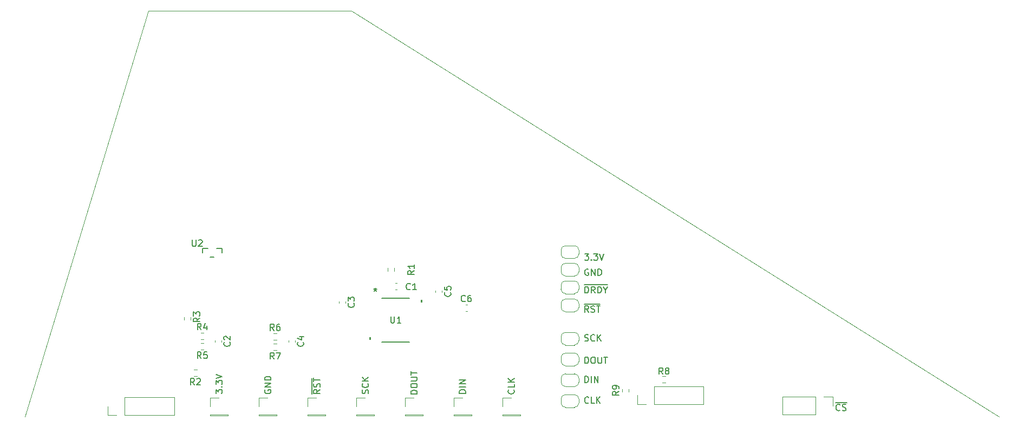
<source format=gbr>
%TF.GenerationSoftware,KiCad,Pcbnew,9.0.3*%
%TF.CreationDate,2025-09-15T18:31:04-04:00*%
%TF.ProjectId,SGTC_Center,53475443-5f43-4656-9e74-65722e6b6963,rev?*%
%TF.SameCoordinates,Original*%
%TF.FileFunction,Legend,Top*%
%TF.FilePolarity,Positive*%
%FSLAX46Y46*%
G04 Gerber Fmt 4.6, Leading zero omitted, Abs format (unit mm)*
G04 Created by KiCad (PCBNEW 9.0.3) date 2025-09-15 18:31:04*
%MOMM*%
%LPD*%
G01*
G04 APERTURE LIST*
%ADD10C,0.100000*%
%ADD11C,0.150000*%
%ADD12C,0.120000*%
%ADD13C,0.152400*%
%ADD14C,0.000000*%
%ADD15C,0.200000*%
G04 APERTURE END LIST*
D10*
X56557060Y-140084924D02*
X75857060Y-76584924D01*
X75857060Y-76584924D02*
X107607060Y-76584924D01*
X107607060Y-76584924D02*
X208925000Y-140075000D01*
D11*
X184033333Y-139059580D02*
X183985714Y-139107200D01*
X183985714Y-139107200D02*
X183842857Y-139154819D01*
X183842857Y-139154819D02*
X183747619Y-139154819D01*
X183747619Y-139154819D02*
X183604762Y-139107200D01*
X183604762Y-139107200D02*
X183509524Y-139011961D01*
X183509524Y-139011961D02*
X183461905Y-138916723D01*
X183461905Y-138916723D02*
X183414286Y-138726247D01*
X183414286Y-138726247D02*
X183414286Y-138583390D01*
X183414286Y-138583390D02*
X183461905Y-138392914D01*
X183461905Y-138392914D02*
X183509524Y-138297676D01*
X183509524Y-138297676D02*
X183604762Y-138202438D01*
X183604762Y-138202438D02*
X183747619Y-138154819D01*
X183747619Y-138154819D02*
X183842857Y-138154819D01*
X183842857Y-138154819D02*
X183985714Y-138202438D01*
X183985714Y-138202438D02*
X184033333Y-138250057D01*
X184414286Y-139107200D02*
X184557143Y-139154819D01*
X184557143Y-139154819D02*
X184795238Y-139154819D01*
X184795238Y-139154819D02*
X184890476Y-139107200D01*
X184890476Y-139107200D02*
X184938095Y-139059580D01*
X184938095Y-139059580D02*
X184985714Y-138964342D01*
X184985714Y-138964342D02*
X184985714Y-138869104D01*
X184985714Y-138869104D02*
X184938095Y-138773866D01*
X184938095Y-138773866D02*
X184890476Y-138726247D01*
X184890476Y-138726247D02*
X184795238Y-138678628D01*
X184795238Y-138678628D02*
X184604762Y-138631009D01*
X184604762Y-138631009D02*
X184509524Y-138583390D01*
X184509524Y-138583390D02*
X184461905Y-138535771D01*
X184461905Y-138535771D02*
X184414286Y-138440533D01*
X184414286Y-138440533D02*
X184414286Y-138345295D01*
X184414286Y-138345295D02*
X184461905Y-138250057D01*
X184461905Y-138250057D02*
X184509524Y-138202438D01*
X184509524Y-138202438D02*
X184604762Y-138154819D01*
X184604762Y-138154819D02*
X184842857Y-138154819D01*
X184842857Y-138154819D02*
X184985714Y-138202438D01*
X183323810Y-137877200D02*
X185076191Y-137877200D01*
X110262600Y-136490839D02*
X110310219Y-136347982D01*
X110310219Y-136347982D02*
X110310219Y-136109887D01*
X110310219Y-136109887D02*
X110262600Y-136014649D01*
X110262600Y-136014649D02*
X110214980Y-135967030D01*
X110214980Y-135967030D02*
X110119742Y-135919411D01*
X110119742Y-135919411D02*
X110024504Y-135919411D01*
X110024504Y-135919411D02*
X109929266Y-135967030D01*
X109929266Y-135967030D02*
X109881647Y-136014649D01*
X109881647Y-136014649D02*
X109834028Y-136109887D01*
X109834028Y-136109887D02*
X109786409Y-136300363D01*
X109786409Y-136300363D02*
X109738790Y-136395601D01*
X109738790Y-136395601D02*
X109691171Y-136443220D01*
X109691171Y-136443220D02*
X109595933Y-136490839D01*
X109595933Y-136490839D02*
X109500695Y-136490839D01*
X109500695Y-136490839D02*
X109405457Y-136443220D01*
X109405457Y-136443220D02*
X109357838Y-136395601D01*
X109357838Y-136395601D02*
X109310219Y-136300363D01*
X109310219Y-136300363D02*
X109310219Y-136062268D01*
X109310219Y-136062268D02*
X109357838Y-135919411D01*
X110214980Y-134919411D02*
X110262600Y-134967030D01*
X110262600Y-134967030D02*
X110310219Y-135109887D01*
X110310219Y-135109887D02*
X110310219Y-135205125D01*
X110310219Y-135205125D02*
X110262600Y-135347982D01*
X110262600Y-135347982D02*
X110167361Y-135443220D01*
X110167361Y-135443220D02*
X110072123Y-135490839D01*
X110072123Y-135490839D02*
X109881647Y-135538458D01*
X109881647Y-135538458D02*
X109738790Y-135538458D01*
X109738790Y-135538458D02*
X109548314Y-135490839D01*
X109548314Y-135490839D02*
X109453076Y-135443220D01*
X109453076Y-135443220D02*
X109357838Y-135347982D01*
X109357838Y-135347982D02*
X109310219Y-135205125D01*
X109310219Y-135205125D02*
X109310219Y-135109887D01*
X109310219Y-135109887D02*
X109357838Y-134967030D01*
X109357838Y-134967030D02*
X109405457Y-134919411D01*
X110310219Y-134490839D02*
X109310219Y-134490839D01*
X110310219Y-133919411D02*
X109738790Y-134347982D01*
X109310219Y-133919411D02*
X109881647Y-134490839D01*
X133024180Y-135914592D02*
X133071800Y-135962211D01*
X133071800Y-135962211D02*
X133119419Y-136105068D01*
X133119419Y-136105068D02*
X133119419Y-136200306D01*
X133119419Y-136200306D02*
X133071800Y-136343163D01*
X133071800Y-136343163D02*
X132976561Y-136438401D01*
X132976561Y-136438401D02*
X132881323Y-136486020D01*
X132881323Y-136486020D02*
X132690847Y-136533639D01*
X132690847Y-136533639D02*
X132547990Y-136533639D01*
X132547990Y-136533639D02*
X132357514Y-136486020D01*
X132357514Y-136486020D02*
X132262276Y-136438401D01*
X132262276Y-136438401D02*
X132167038Y-136343163D01*
X132167038Y-136343163D02*
X132119419Y-136200306D01*
X132119419Y-136200306D02*
X132119419Y-136105068D01*
X132119419Y-136105068D02*
X132167038Y-135962211D01*
X132167038Y-135962211D02*
X132214657Y-135914592D01*
X133119419Y-135009830D02*
X133119419Y-135486020D01*
X133119419Y-135486020D02*
X132119419Y-135486020D01*
X133119419Y-134676496D02*
X132119419Y-134676496D01*
X133119419Y-134105068D02*
X132547990Y-134533639D01*
X132119419Y-134105068D02*
X132690847Y-134676496D01*
X144146779Y-120769819D02*
X144146779Y-119769819D01*
X144146779Y-119769819D02*
X144384874Y-119769819D01*
X144384874Y-119769819D02*
X144527731Y-119817438D01*
X144527731Y-119817438D02*
X144622969Y-119912676D01*
X144622969Y-119912676D02*
X144670588Y-120007914D01*
X144670588Y-120007914D02*
X144718207Y-120198390D01*
X144718207Y-120198390D02*
X144718207Y-120341247D01*
X144718207Y-120341247D02*
X144670588Y-120531723D01*
X144670588Y-120531723D02*
X144622969Y-120626961D01*
X144622969Y-120626961D02*
X144527731Y-120722200D01*
X144527731Y-120722200D02*
X144384874Y-120769819D01*
X144384874Y-120769819D02*
X144146779Y-120769819D01*
X145718207Y-120769819D02*
X145384874Y-120293628D01*
X145146779Y-120769819D02*
X145146779Y-119769819D01*
X145146779Y-119769819D02*
X145527731Y-119769819D01*
X145527731Y-119769819D02*
X145622969Y-119817438D01*
X145622969Y-119817438D02*
X145670588Y-119865057D01*
X145670588Y-119865057D02*
X145718207Y-119960295D01*
X145718207Y-119960295D02*
X145718207Y-120103152D01*
X145718207Y-120103152D02*
X145670588Y-120198390D01*
X145670588Y-120198390D02*
X145622969Y-120246009D01*
X145622969Y-120246009D02*
X145527731Y-120293628D01*
X145527731Y-120293628D02*
X145146779Y-120293628D01*
X146146779Y-120769819D02*
X146146779Y-119769819D01*
X146146779Y-119769819D02*
X146384874Y-119769819D01*
X146384874Y-119769819D02*
X146527731Y-119817438D01*
X146527731Y-119817438D02*
X146622969Y-119912676D01*
X146622969Y-119912676D02*
X146670588Y-120007914D01*
X146670588Y-120007914D02*
X146718207Y-120198390D01*
X146718207Y-120198390D02*
X146718207Y-120341247D01*
X146718207Y-120341247D02*
X146670588Y-120531723D01*
X146670588Y-120531723D02*
X146622969Y-120626961D01*
X146622969Y-120626961D02*
X146527731Y-120722200D01*
X146527731Y-120722200D02*
X146384874Y-120769819D01*
X146384874Y-120769819D02*
X146146779Y-120769819D01*
X147337255Y-120293628D02*
X147337255Y-120769819D01*
X147003922Y-119769819D02*
X147337255Y-120293628D01*
X147337255Y-120293628D02*
X147670588Y-119769819D01*
X144008684Y-119492200D02*
X147665827Y-119492200D01*
X125499419Y-136443220D02*
X124499419Y-136443220D01*
X124499419Y-136443220D02*
X124499419Y-136205125D01*
X124499419Y-136205125D02*
X124547038Y-136062268D01*
X124547038Y-136062268D02*
X124642276Y-135967030D01*
X124642276Y-135967030D02*
X124737514Y-135919411D01*
X124737514Y-135919411D02*
X124927990Y-135871792D01*
X124927990Y-135871792D02*
X125070847Y-135871792D01*
X125070847Y-135871792D02*
X125261323Y-135919411D01*
X125261323Y-135919411D02*
X125356561Y-135967030D01*
X125356561Y-135967030D02*
X125451800Y-136062268D01*
X125451800Y-136062268D02*
X125499419Y-136205125D01*
X125499419Y-136205125D02*
X125499419Y-136443220D01*
X125499419Y-135443220D02*
X124499419Y-135443220D01*
X125499419Y-134967030D02*
X124499419Y-134967030D01*
X124499419Y-134967030D02*
X125499419Y-134395602D01*
X125499419Y-134395602D02*
X124499419Y-134395602D01*
X86450219Y-136479658D02*
X86450219Y-135860611D01*
X86450219Y-135860611D02*
X86831171Y-136193944D01*
X86831171Y-136193944D02*
X86831171Y-136051087D01*
X86831171Y-136051087D02*
X86878790Y-135955849D01*
X86878790Y-135955849D02*
X86926409Y-135908230D01*
X86926409Y-135908230D02*
X87021647Y-135860611D01*
X87021647Y-135860611D02*
X87259742Y-135860611D01*
X87259742Y-135860611D02*
X87354980Y-135908230D01*
X87354980Y-135908230D02*
X87402600Y-135955849D01*
X87402600Y-135955849D02*
X87450219Y-136051087D01*
X87450219Y-136051087D02*
X87450219Y-136336801D01*
X87450219Y-136336801D02*
X87402600Y-136432039D01*
X87402600Y-136432039D02*
X87354980Y-136479658D01*
X87354980Y-135432039D02*
X87402600Y-135384420D01*
X87402600Y-135384420D02*
X87450219Y-135432039D01*
X87450219Y-135432039D02*
X87402600Y-135479658D01*
X87402600Y-135479658D02*
X87354980Y-135432039D01*
X87354980Y-135432039D02*
X87450219Y-135432039D01*
X86450219Y-135051087D02*
X86450219Y-134432040D01*
X86450219Y-134432040D02*
X86831171Y-134765373D01*
X86831171Y-134765373D02*
X86831171Y-134622516D01*
X86831171Y-134622516D02*
X86878790Y-134527278D01*
X86878790Y-134527278D02*
X86926409Y-134479659D01*
X86926409Y-134479659D02*
X87021647Y-134432040D01*
X87021647Y-134432040D02*
X87259742Y-134432040D01*
X87259742Y-134432040D02*
X87354980Y-134479659D01*
X87354980Y-134479659D02*
X87402600Y-134527278D01*
X87402600Y-134527278D02*
X87450219Y-134622516D01*
X87450219Y-134622516D02*
X87450219Y-134908230D01*
X87450219Y-134908230D02*
X87402600Y-135003468D01*
X87402600Y-135003468D02*
X87354980Y-135051087D01*
X86450219Y-134146325D02*
X87450219Y-133812992D01*
X87450219Y-133812992D02*
X86450219Y-133479659D01*
X102741019Y-135871792D02*
X102264828Y-136205125D01*
X102741019Y-136443220D02*
X101741019Y-136443220D01*
X101741019Y-136443220D02*
X101741019Y-136062268D01*
X101741019Y-136062268D02*
X101788638Y-135967030D01*
X101788638Y-135967030D02*
X101836257Y-135919411D01*
X101836257Y-135919411D02*
X101931495Y-135871792D01*
X101931495Y-135871792D02*
X102074352Y-135871792D01*
X102074352Y-135871792D02*
X102169590Y-135919411D01*
X102169590Y-135919411D02*
X102217209Y-135967030D01*
X102217209Y-135967030D02*
X102264828Y-136062268D01*
X102264828Y-136062268D02*
X102264828Y-136443220D01*
X102693400Y-135490839D02*
X102741019Y-135347982D01*
X102741019Y-135347982D02*
X102741019Y-135109887D01*
X102741019Y-135109887D02*
X102693400Y-135014649D01*
X102693400Y-135014649D02*
X102645780Y-134967030D01*
X102645780Y-134967030D02*
X102550542Y-134919411D01*
X102550542Y-134919411D02*
X102455304Y-134919411D01*
X102455304Y-134919411D02*
X102360066Y-134967030D01*
X102360066Y-134967030D02*
X102312447Y-135014649D01*
X102312447Y-135014649D02*
X102264828Y-135109887D01*
X102264828Y-135109887D02*
X102217209Y-135300363D01*
X102217209Y-135300363D02*
X102169590Y-135395601D01*
X102169590Y-135395601D02*
X102121971Y-135443220D01*
X102121971Y-135443220D02*
X102026733Y-135490839D01*
X102026733Y-135490839D02*
X101931495Y-135490839D01*
X101931495Y-135490839D02*
X101836257Y-135443220D01*
X101836257Y-135443220D02*
X101788638Y-135395601D01*
X101788638Y-135395601D02*
X101741019Y-135300363D01*
X101741019Y-135300363D02*
X101741019Y-135062268D01*
X101741019Y-135062268D02*
X101788638Y-134919411D01*
X101741019Y-134633696D02*
X101741019Y-134062268D01*
X102741019Y-134347982D02*
X101741019Y-134347982D01*
X101463400Y-136581316D02*
X101463400Y-134067030D01*
X144670588Y-117067438D02*
X144575350Y-117019819D01*
X144575350Y-117019819D02*
X144432493Y-117019819D01*
X144432493Y-117019819D02*
X144289636Y-117067438D01*
X144289636Y-117067438D02*
X144194398Y-117162676D01*
X144194398Y-117162676D02*
X144146779Y-117257914D01*
X144146779Y-117257914D02*
X144099160Y-117448390D01*
X144099160Y-117448390D02*
X144099160Y-117591247D01*
X144099160Y-117591247D02*
X144146779Y-117781723D01*
X144146779Y-117781723D02*
X144194398Y-117876961D01*
X144194398Y-117876961D02*
X144289636Y-117972200D01*
X144289636Y-117972200D02*
X144432493Y-118019819D01*
X144432493Y-118019819D02*
X144527731Y-118019819D01*
X144527731Y-118019819D02*
X144670588Y-117972200D01*
X144670588Y-117972200D02*
X144718207Y-117924580D01*
X144718207Y-117924580D02*
X144718207Y-117591247D01*
X144718207Y-117591247D02*
X144527731Y-117591247D01*
X145146779Y-118019819D02*
X145146779Y-117019819D01*
X145146779Y-117019819D02*
X145718207Y-118019819D01*
X145718207Y-118019819D02*
X145718207Y-117019819D01*
X146194398Y-118019819D02*
X146194398Y-117019819D01*
X146194398Y-117019819D02*
X146432493Y-117019819D01*
X146432493Y-117019819D02*
X146575350Y-117067438D01*
X146575350Y-117067438D02*
X146670588Y-117162676D01*
X146670588Y-117162676D02*
X146718207Y-117257914D01*
X146718207Y-117257914D02*
X146765826Y-117448390D01*
X146765826Y-117448390D02*
X146765826Y-117591247D01*
X146765826Y-117591247D02*
X146718207Y-117781723D01*
X146718207Y-117781723D02*
X146670588Y-117876961D01*
X146670588Y-117876961D02*
X146575350Y-117972200D01*
X146575350Y-117972200D02*
X146432493Y-118019819D01*
X146432493Y-118019819D02*
X146194398Y-118019819D01*
X144146779Y-131769819D02*
X144146779Y-130769819D01*
X144146779Y-130769819D02*
X144384874Y-130769819D01*
X144384874Y-130769819D02*
X144527731Y-130817438D01*
X144527731Y-130817438D02*
X144622969Y-130912676D01*
X144622969Y-130912676D02*
X144670588Y-131007914D01*
X144670588Y-131007914D02*
X144718207Y-131198390D01*
X144718207Y-131198390D02*
X144718207Y-131341247D01*
X144718207Y-131341247D02*
X144670588Y-131531723D01*
X144670588Y-131531723D02*
X144622969Y-131626961D01*
X144622969Y-131626961D02*
X144527731Y-131722200D01*
X144527731Y-131722200D02*
X144384874Y-131769819D01*
X144384874Y-131769819D02*
X144146779Y-131769819D01*
X145337255Y-130769819D02*
X145527731Y-130769819D01*
X145527731Y-130769819D02*
X145622969Y-130817438D01*
X145622969Y-130817438D02*
X145718207Y-130912676D01*
X145718207Y-130912676D02*
X145765826Y-131103152D01*
X145765826Y-131103152D02*
X145765826Y-131436485D01*
X145765826Y-131436485D02*
X145718207Y-131626961D01*
X145718207Y-131626961D02*
X145622969Y-131722200D01*
X145622969Y-131722200D02*
X145527731Y-131769819D01*
X145527731Y-131769819D02*
X145337255Y-131769819D01*
X145337255Y-131769819D02*
X145242017Y-131722200D01*
X145242017Y-131722200D02*
X145146779Y-131626961D01*
X145146779Y-131626961D02*
X145099160Y-131436485D01*
X145099160Y-131436485D02*
X145099160Y-131103152D01*
X145099160Y-131103152D02*
X145146779Y-130912676D01*
X145146779Y-130912676D02*
X145242017Y-130817438D01*
X145242017Y-130817438D02*
X145337255Y-130769819D01*
X146194398Y-130769819D02*
X146194398Y-131579342D01*
X146194398Y-131579342D02*
X146242017Y-131674580D01*
X146242017Y-131674580D02*
X146289636Y-131722200D01*
X146289636Y-131722200D02*
X146384874Y-131769819D01*
X146384874Y-131769819D02*
X146575350Y-131769819D01*
X146575350Y-131769819D02*
X146670588Y-131722200D01*
X146670588Y-131722200D02*
X146718207Y-131674580D01*
X146718207Y-131674580D02*
X146765826Y-131579342D01*
X146765826Y-131579342D02*
X146765826Y-130769819D01*
X147099160Y-130769819D02*
X147670588Y-130769819D01*
X147384874Y-131769819D02*
X147384874Y-130769819D01*
X144146779Y-134769819D02*
X144146779Y-133769819D01*
X144146779Y-133769819D02*
X144384874Y-133769819D01*
X144384874Y-133769819D02*
X144527731Y-133817438D01*
X144527731Y-133817438D02*
X144622969Y-133912676D01*
X144622969Y-133912676D02*
X144670588Y-134007914D01*
X144670588Y-134007914D02*
X144718207Y-134198390D01*
X144718207Y-134198390D02*
X144718207Y-134341247D01*
X144718207Y-134341247D02*
X144670588Y-134531723D01*
X144670588Y-134531723D02*
X144622969Y-134626961D01*
X144622969Y-134626961D02*
X144527731Y-134722200D01*
X144527731Y-134722200D02*
X144384874Y-134769819D01*
X144384874Y-134769819D02*
X144146779Y-134769819D01*
X145146779Y-134769819D02*
X145146779Y-133769819D01*
X145622969Y-134769819D02*
X145622969Y-133769819D01*
X145622969Y-133769819D02*
X146194397Y-134769819D01*
X146194397Y-134769819D02*
X146194397Y-133769819D01*
X144101541Y-114619819D02*
X144720588Y-114619819D01*
X144720588Y-114619819D02*
X144387255Y-115000771D01*
X144387255Y-115000771D02*
X144530112Y-115000771D01*
X144530112Y-115000771D02*
X144625350Y-115048390D01*
X144625350Y-115048390D02*
X144672969Y-115096009D01*
X144672969Y-115096009D02*
X144720588Y-115191247D01*
X144720588Y-115191247D02*
X144720588Y-115429342D01*
X144720588Y-115429342D02*
X144672969Y-115524580D01*
X144672969Y-115524580D02*
X144625350Y-115572200D01*
X144625350Y-115572200D02*
X144530112Y-115619819D01*
X144530112Y-115619819D02*
X144244398Y-115619819D01*
X144244398Y-115619819D02*
X144149160Y-115572200D01*
X144149160Y-115572200D02*
X144101541Y-115524580D01*
X145149160Y-115524580D02*
X145196779Y-115572200D01*
X145196779Y-115572200D02*
X145149160Y-115619819D01*
X145149160Y-115619819D02*
X145101541Y-115572200D01*
X145101541Y-115572200D02*
X145149160Y-115524580D01*
X145149160Y-115524580D02*
X145149160Y-115619819D01*
X145530112Y-114619819D02*
X146149159Y-114619819D01*
X146149159Y-114619819D02*
X145815826Y-115000771D01*
X145815826Y-115000771D02*
X145958683Y-115000771D01*
X145958683Y-115000771D02*
X146053921Y-115048390D01*
X146053921Y-115048390D02*
X146101540Y-115096009D01*
X146101540Y-115096009D02*
X146149159Y-115191247D01*
X146149159Y-115191247D02*
X146149159Y-115429342D01*
X146149159Y-115429342D02*
X146101540Y-115524580D01*
X146101540Y-115524580D02*
X146053921Y-115572200D01*
X146053921Y-115572200D02*
X145958683Y-115619819D01*
X145958683Y-115619819D02*
X145672969Y-115619819D01*
X145672969Y-115619819D02*
X145577731Y-115572200D01*
X145577731Y-115572200D02*
X145530112Y-115524580D01*
X146434874Y-114619819D02*
X146768207Y-115619819D01*
X146768207Y-115619819D02*
X147101540Y-114619819D01*
X144099160Y-128222200D02*
X144242017Y-128269819D01*
X144242017Y-128269819D02*
X144480112Y-128269819D01*
X144480112Y-128269819D02*
X144575350Y-128222200D01*
X144575350Y-128222200D02*
X144622969Y-128174580D01*
X144622969Y-128174580D02*
X144670588Y-128079342D01*
X144670588Y-128079342D02*
X144670588Y-127984104D01*
X144670588Y-127984104D02*
X144622969Y-127888866D01*
X144622969Y-127888866D02*
X144575350Y-127841247D01*
X144575350Y-127841247D02*
X144480112Y-127793628D01*
X144480112Y-127793628D02*
X144289636Y-127746009D01*
X144289636Y-127746009D02*
X144194398Y-127698390D01*
X144194398Y-127698390D02*
X144146779Y-127650771D01*
X144146779Y-127650771D02*
X144099160Y-127555533D01*
X144099160Y-127555533D02*
X144099160Y-127460295D01*
X144099160Y-127460295D02*
X144146779Y-127365057D01*
X144146779Y-127365057D02*
X144194398Y-127317438D01*
X144194398Y-127317438D02*
X144289636Y-127269819D01*
X144289636Y-127269819D02*
X144527731Y-127269819D01*
X144527731Y-127269819D02*
X144670588Y-127317438D01*
X145670588Y-128174580D02*
X145622969Y-128222200D01*
X145622969Y-128222200D02*
X145480112Y-128269819D01*
X145480112Y-128269819D02*
X145384874Y-128269819D01*
X145384874Y-128269819D02*
X145242017Y-128222200D01*
X145242017Y-128222200D02*
X145146779Y-128126961D01*
X145146779Y-128126961D02*
X145099160Y-128031723D01*
X145099160Y-128031723D02*
X145051541Y-127841247D01*
X145051541Y-127841247D02*
X145051541Y-127698390D01*
X145051541Y-127698390D02*
X145099160Y-127507914D01*
X145099160Y-127507914D02*
X145146779Y-127412676D01*
X145146779Y-127412676D02*
X145242017Y-127317438D01*
X145242017Y-127317438D02*
X145384874Y-127269819D01*
X145384874Y-127269819D02*
X145480112Y-127269819D01*
X145480112Y-127269819D02*
X145622969Y-127317438D01*
X145622969Y-127317438D02*
X145670588Y-127365057D01*
X146099160Y-128269819D02*
X146099160Y-127269819D01*
X146670588Y-128269819D02*
X146242017Y-127698390D01*
X146670588Y-127269819D02*
X146099160Y-127841247D01*
X144718207Y-137924580D02*
X144670588Y-137972200D01*
X144670588Y-137972200D02*
X144527731Y-138019819D01*
X144527731Y-138019819D02*
X144432493Y-138019819D01*
X144432493Y-138019819D02*
X144289636Y-137972200D01*
X144289636Y-137972200D02*
X144194398Y-137876961D01*
X144194398Y-137876961D02*
X144146779Y-137781723D01*
X144146779Y-137781723D02*
X144099160Y-137591247D01*
X144099160Y-137591247D02*
X144099160Y-137448390D01*
X144099160Y-137448390D02*
X144146779Y-137257914D01*
X144146779Y-137257914D02*
X144194398Y-137162676D01*
X144194398Y-137162676D02*
X144289636Y-137067438D01*
X144289636Y-137067438D02*
X144432493Y-137019819D01*
X144432493Y-137019819D02*
X144527731Y-137019819D01*
X144527731Y-137019819D02*
X144670588Y-137067438D01*
X144670588Y-137067438D02*
X144718207Y-137115057D01*
X145622969Y-138019819D02*
X145146779Y-138019819D01*
X145146779Y-138019819D02*
X145146779Y-137019819D01*
X145956303Y-138019819D02*
X145956303Y-137019819D01*
X146527731Y-138019819D02*
X146099160Y-137448390D01*
X146527731Y-137019819D02*
X145956303Y-137591247D01*
X144718207Y-123769819D02*
X144384874Y-123293628D01*
X144146779Y-123769819D02*
X144146779Y-122769819D01*
X144146779Y-122769819D02*
X144527731Y-122769819D01*
X144527731Y-122769819D02*
X144622969Y-122817438D01*
X144622969Y-122817438D02*
X144670588Y-122865057D01*
X144670588Y-122865057D02*
X144718207Y-122960295D01*
X144718207Y-122960295D02*
X144718207Y-123103152D01*
X144718207Y-123103152D02*
X144670588Y-123198390D01*
X144670588Y-123198390D02*
X144622969Y-123246009D01*
X144622969Y-123246009D02*
X144527731Y-123293628D01*
X144527731Y-123293628D02*
X144146779Y-123293628D01*
X145099160Y-123722200D02*
X145242017Y-123769819D01*
X145242017Y-123769819D02*
X145480112Y-123769819D01*
X145480112Y-123769819D02*
X145575350Y-123722200D01*
X145575350Y-123722200D02*
X145622969Y-123674580D01*
X145622969Y-123674580D02*
X145670588Y-123579342D01*
X145670588Y-123579342D02*
X145670588Y-123484104D01*
X145670588Y-123484104D02*
X145622969Y-123388866D01*
X145622969Y-123388866D02*
X145575350Y-123341247D01*
X145575350Y-123341247D02*
X145480112Y-123293628D01*
X145480112Y-123293628D02*
X145289636Y-123246009D01*
X145289636Y-123246009D02*
X145194398Y-123198390D01*
X145194398Y-123198390D02*
X145146779Y-123150771D01*
X145146779Y-123150771D02*
X145099160Y-123055533D01*
X145099160Y-123055533D02*
X145099160Y-122960295D01*
X145099160Y-122960295D02*
X145146779Y-122865057D01*
X145146779Y-122865057D02*
X145194398Y-122817438D01*
X145194398Y-122817438D02*
X145289636Y-122769819D01*
X145289636Y-122769819D02*
X145527731Y-122769819D01*
X145527731Y-122769819D02*
X145670588Y-122817438D01*
X145956303Y-122769819D02*
X146527731Y-122769819D01*
X146242017Y-123769819D02*
X146242017Y-122769819D01*
X144008684Y-122492200D02*
X146522970Y-122492200D01*
X117930219Y-136536820D02*
X116930219Y-136536820D01*
X116930219Y-136536820D02*
X116930219Y-136298725D01*
X116930219Y-136298725D02*
X116977838Y-136155868D01*
X116977838Y-136155868D02*
X117073076Y-136060630D01*
X117073076Y-136060630D02*
X117168314Y-136013011D01*
X117168314Y-136013011D02*
X117358790Y-135965392D01*
X117358790Y-135965392D02*
X117501647Y-135965392D01*
X117501647Y-135965392D02*
X117692123Y-136013011D01*
X117692123Y-136013011D02*
X117787361Y-136060630D01*
X117787361Y-136060630D02*
X117882600Y-136155868D01*
X117882600Y-136155868D02*
X117930219Y-136298725D01*
X117930219Y-136298725D02*
X117930219Y-136536820D01*
X116930219Y-135346344D02*
X116930219Y-135155868D01*
X116930219Y-135155868D02*
X116977838Y-135060630D01*
X116977838Y-135060630D02*
X117073076Y-134965392D01*
X117073076Y-134965392D02*
X117263552Y-134917773D01*
X117263552Y-134917773D02*
X117596885Y-134917773D01*
X117596885Y-134917773D02*
X117787361Y-134965392D01*
X117787361Y-134965392D02*
X117882600Y-135060630D01*
X117882600Y-135060630D02*
X117930219Y-135155868D01*
X117930219Y-135155868D02*
X117930219Y-135346344D01*
X117930219Y-135346344D02*
X117882600Y-135441582D01*
X117882600Y-135441582D02*
X117787361Y-135536820D01*
X117787361Y-135536820D02*
X117596885Y-135584439D01*
X117596885Y-135584439D02*
X117263552Y-135584439D01*
X117263552Y-135584439D02*
X117073076Y-135536820D01*
X117073076Y-135536820D02*
X116977838Y-135441582D01*
X116977838Y-135441582D02*
X116930219Y-135346344D01*
X116930219Y-134489201D02*
X117739742Y-134489201D01*
X117739742Y-134489201D02*
X117834980Y-134441582D01*
X117834980Y-134441582D02*
X117882600Y-134393963D01*
X117882600Y-134393963D02*
X117930219Y-134298725D01*
X117930219Y-134298725D02*
X117930219Y-134108249D01*
X117930219Y-134108249D02*
X117882600Y-134013011D01*
X117882600Y-134013011D02*
X117834980Y-133965392D01*
X117834980Y-133965392D02*
X117739742Y-133917773D01*
X117739742Y-133917773D02*
X116930219Y-133917773D01*
X116930219Y-133584439D02*
X116930219Y-133013011D01*
X117930219Y-133298725D02*
X116930219Y-133298725D01*
X94117838Y-135919411D02*
X94070219Y-136014649D01*
X94070219Y-136014649D02*
X94070219Y-136157506D01*
X94070219Y-136157506D02*
X94117838Y-136300363D01*
X94117838Y-136300363D02*
X94213076Y-136395601D01*
X94213076Y-136395601D02*
X94308314Y-136443220D01*
X94308314Y-136443220D02*
X94498790Y-136490839D01*
X94498790Y-136490839D02*
X94641647Y-136490839D01*
X94641647Y-136490839D02*
X94832123Y-136443220D01*
X94832123Y-136443220D02*
X94927361Y-136395601D01*
X94927361Y-136395601D02*
X95022600Y-136300363D01*
X95022600Y-136300363D02*
X95070219Y-136157506D01*
X95070219Y-136157506D02*
X95070219Y-136062268D01*
X95070219Y-136062268D02*
X95022600Y-135919411D01*
X95022600Y-135919411D02*
X94974980Y-135871792D01*
X94974980Y-135871792D02*
X94641647Y-135871792D01*
X94641647Y-135871792D02*
X94641647Y-136062268D01*
X95070219Y-135443220D02*
X94070219Y-135443220D01*
X94070219Y-135443220D02*
X95070219Y-134871792D01*
X95070219Y-134871792D02*
X94070219Y-134871792D01*
X95070219Y-134395601D02*
X94070219Y-134395601D01*
X94070219Y-134395601D02*
X94070219Y-134157506D01*
X94070219Y-134157506D02*
X94117838Y-134014649D01*
X94117838Y-134014649D02*
X94213076Y-133919411D01*
X94213076Y-133919411D02*
X94308314Y-133871792D01*
X94308314Y-133871792D02*
X94498790Y-133824173D01*
X94498790Y-133824173D02*
X94641647Y-133824173D01*
X94641647Y-133824173D02*
X94832123Y-133871792D01*
X94832123Y-133871792D02*
X94927361Y-133919411D01*
X94927361Y-133919411D02*
X95022600Y-134014649D01*
X95022600Y-134014649D02*
X95070219Y-134157506D01*
X95070219Y-134157506D02*
X95070219Y-134395601D01*
X156333333Y-133454819D02*
X156000000Y-132978628D01*
X155761905Y-133454819D02*
X155761905Y-132454819D01*
X155761905Y-132454819D02*
X156142857Y-132454819D01*
X156142857Y-132454819D02*
X156238095Y-132502438D01*
X156238095Y-132502438D02*
X156285714Y-132550057D01*
X156285714Y-132550057D02*
X156333333Y-132645295D01*
X156333333Y-132645295D02*
X156333333Y-132788152D01*
X156333333Y-132788152D02*
X156285714Y-132883390D01*
X156285714Y-132883390D02*
X156238095Y-132931009D01*
X156238095Y-132931009D02*
X156142857Y-132978628D01*
X156142857Y-132978628D02*
X155761905Y-132978628D01*
X156904762Y-132883390D02*
X156809524Y-132835771D01*
X156809524Y-132835771D02*
X156761905Y-132788152D01*
X156761905Y-132788152D02*
X156714286Y-132692914D01*
X156714286Y-132692914D02*
X156714286Y-132645295D01*
X156714286Y-132645295D02*
X156761905Y-132550057D01*
X156761905Y-132550057D02*
X156809524Y-132502438D01*
X156809524Y-132502438D02*
X156904762Y-132454819D01*
X156904762Y-132454819D02*
X157095238Y-132454819D01*
X157095238Y-132454819D02*
X157190476Y-132502438D01*
X157190476Y-132502438D02*
X157238095Y-132550057D01*
X157238095Y-132550057D02*
X157285714Y-132645295D01*
X157285714Y-132645295D02*
X157285714Y-132692914D01*
X157285714Y-132692914D02*
X157238095Y-132788152D01*
X157238095Y-132788152D02*
X157190476Y-132835771D01*
X157190476Y-132835771D02*
X157095238Y-132883390D01*
X157095238Y-132883390D02*
X156904762Y-132883390D01*
X156904762Y-132883390D02*
X156809524Y-132931009D01*
X156809524Y-132931009D02*
X156761905Y-132978628D01*
X156761905Y-132978628D02*
X156714286Y-133073866D01*
X156714286Y-133073866D02*
X156714286Y-133264342D01*
X156714286Y-133264342D02*
X156761905Y-133359580D01*
X156761905Y-133359580D02*
X156809524Y-133407200D01*
X156809524Y-133407200D02*
X156904762Y-133454819D01*
X156904762Y-133454819D02*
X157095238Y-133454819D01*
X157095238Y-133454819D02*
X157190476Y-133407200D01*
X157190476Y-133407200D02*
X157238095Y-133359580D01*
X157238095Y-133359580D02*
X157285714Y-133264342D01*
X157285714Y-133264342D02*
X157285714Y-133073866D01*
X157285714Y-133073866D02*
X157238095Y-132978628D01*
X157238095Y-132978628D02*
X157190476Y-132931009D01*
X157190476Y-132931009D02*
X157095238Y-132883390D01*
X83083333Y-135134819D02*
X82750000Y-134658628D01*
X82511905Y-135134819D02*
X82511905Y-134134819D01*
X82511905Y-134134819D02*
X82892857Y-134134819D01*
X82892857Y-134134819D02*
X82988095Y-134182438D01*
X82988095Y-134182438D02*
X83035714Y-134230057D01*
X83035714Y-134230057D02*
X83083333Y-134325295D01*
X83083333Y-134325295D02*
X83083333Y-134468152D01*
X83083333Y-134468152D02*
X83035714Y-134563390D01*
X83035714Y-134563390D02*
X82988095Y-134611009D01*
X82988095Y-134611009D02*
X82892857Y-134658628D01*
X82892857Y-134658628D02*
X82511905Y-134658628D01*
X83464286Y-134230057D02*
X83511905Y-134182438D01*
X83511905Y-134182438D02*
X83607143Y-134134819D01*
X83607143Y-134134819D02*
X83845238Y-134134819D01*
X83845238Y-134134819D02*
X83940476Y-134182438D01*
X83940476Y-134182438D02*
X83988095Y-134230057D01*
X83988095Y-134230057D02*
X84035714Y-134325295D01*
X84035714Y-134325295D02*
X84035714Y-134420533D01*
X84035714Y-134420533D02*
X83988095Y-134563390D01*
X83988095Y-134563390D02*
X83416667Y-135134819D01*
X83416667Y-135134819D02*
X84035714Y-135134819D01*
X149454819Y-136166666D02*
X148978628Y-136499999D01*
X149454819Y-136738094D02*
X148454819Y-136738094D01*
X148454819Y-136738094D02*
X148454819Y-136357142D01*
X148454819Y-136357142D02*
X148502438Y-136261904D01*
X148502438Y-136261904D02*
X148550057Y-136214285D01*
X148550057Y-136214285D02*
X148645295Y-136166666D01*
X148645295Y-136166666D02*
X148788152Y-136166666D01*
X148788152Y-136166666D02*
X148883390Y-136214285D01*
X148883390Y-136214285D02*
X148931009Y-136261904D01*
X148931009Y-136261904D02*
X148978628Y-136357142D01*
X148978628Y-136357142D02*
X148978628Y-136738094D01*
X149454819Y-135690475D02*
X149454819Y-135499999D01*
X149454819Y-135499999D02*
X149407200Y-135404761D01*
X149407200Y-135404761D02*
X149359580Y-135357142D01*
X149359580Y-135357142D02*
X149216723Y-135261904D01*
X149216723Y-135261904D02*
X149026247Y-135214285D01*
X149026247Y-135214285D02*
X148645295Y-135214285D01*
X148645295Y-135214285D02*
X148550057Y-135261904D01*
X148550057Y-135261904D02*
X148502438Y-135309523D01*
X148502438Y-135309523D02*
X148454819Y-135404761D01*
X148454819Y-135404761D02*
X148454819Y-135595237D01*
X148454819Y-135595237D02*
X148502438Y-135690475D01*
X148502438Y-135690475D02*
X148550057Y-135738094D01*
X148550057Y-135738094D02*
X148645295Y-135785713D01*
X148645295Y-135785713D02*
X148883390Y-135785713D01*
X148883390Y-135785713D02*
X148978628Y-135738094D01*
X148978628Y-135738094D02*
X149026247Y-135690475D01*
X149026247Y-135690475D02*
X149073866Y-135595237D01*
X149073866Y-135595237D02*
X149073866Y-135404761D01*
X149073866Y-135404761D02*
X149026247Y-135309523D01*
X149026247Y-135309523D02*
X148978628Y-135261904D01*
X148978628Y-135261904D02*
X148883390Y-135214285D01*
X100099580Y-128466666D02*
X100147200Y-128514285D01*
X100147200Y-128514285D02*
X100194819Y-128657142D01*
X100194819Y-128657142D02*
X100194819Y-128752380D01*
X100194819Y-128752380D02*
X100147200Y-128895237D01*
X100147200Y-128895237D02*
X100051961Y-128990475D01*
X100051961Y-128990475D02*
X99956723Y-129038094D01*
X99956723Y-129038094D02*
X99766247Y-129085713D01*
X99766247Y-129085713D02*
X99623390Y-129085713D01*
X99623390Y-129085713D02*
X99432914Y-129038094D01*
X99432914Y-129038094D02*
X99337676Y-128990475D01*
X99337676Y-128990475D02*
X99242438Y-128895237D01*
X99242438Y-128895237D02*
X99194819Y-128752380D01*
X99194819Y-128752380D02*
X99194819Y-128657142D01*
X99194819Y-128657142D02*
X99242438Y-128514285D01*
X99242438Y-128514285D02*
X99290057Y-128466666D01*
X99528152Y-127609523D02*
X100194819Y-127609523D01*
X99147200Y-127847618D02*
X99861485Y-128085713D01*
X99861485Y-128085713D02*
X99861485Y-127466666D01*
X84143333Y-130984819D02*
X83810000Y-130508628D01*
X83571905Y-130984819D02*
X83571905Y-129984819D01*
X83571905Y-129984819D02*
X83952857Y-129984819D01*
X83952857Y-129984819D02*
X84048095Y-130032438D01*
X84048095Y-130032438D02*
X84095714Y-130080057D01*
X84095714Y-130080057D02*
X84143333Y-130175295D01*
X84143333Y-130175295D02*
X84143333Y-130318152D01*
X84143333Y-130318152D02*
X84095714Y-130413390D01*
X84095714Y-130413390D02*
X84048095Y-130461009D01*
X84048095Y-130461009D02*
X83952857Y-130508628D01*
X83952857Y-130508628D02*
X83571905Y-130508628D01*
X85048095Y-129984819D02*
X84571905Y-129984819D01*
X84571905Y-129984819D02*
X84524286Y-130461009D01*
X84524286Y-130461009D02*
X84571905Y-130413390D01*
X84571905Y-130413390D02*
X84667143Y-130365771D01*
X84667143Y-130365771D02*
X84905238Y-130365771D01*
X84905238Y-130365771D02*
X85000476Y-130413390D01*
X85000476Y-130413390D02*
X85048095Y-130461009D01*
X85048095Y-130461009D02*
X85095714Y-130556247D01*
X85095714Y-130556247D02*
X85095714Y-130794342D01*
X85095714Y-130794342D02*
X85048095Y-130889580D01*
X85048095Y-130889580D02*
X85000476Y-130937200D01*
X85000476Y-130937200D02*
X84905238Y-130984819D01*
X84905238Y-130984819D02*
X84667143Y-130984819D01*
X84667143Y-130984819D02*
X84571905Y-130937200D01*
X84571905Y-130937200D02*
X84524286Y-130889580D01*
X88599580Y-128466666D02*
X88647200Y-128514285D01*
X88647200Y-128514285D02*
X88694819Y-128657142D01*
X88694819Y-128657142D02*
X88694819Y-128752380D01*
X88694819Y-128752380D02*
X88647200Y-128895237D01*
X88647200Y-128895237D02*
X88551961Y-128990475D01*
X88551961Y-128990475D02*
X88456723Y-129038094D01*
X88456723Y-129038094D02*
X88266247Y-129085713D01*
X88266247Y-129085713D02*
X88123390Y-129085713D01*
X88123390Y-129085713D02*
X87932914Y-129038094D01*
X87932914Y-129038094D02*
X87837676Y-128990475D01*
X87837676Y-128990475D02*
X87742438Y-128895237D01*
X87742438Y-128895237D02*
X87694819Y-128752380D01*
X87694819Y-128752380D02*
X87694819Y-128657142D01*
X87694819Y-128657142D02*
X87742438Y-128514285D01*
X87742438Y-128514285D02*
X87790057Y-128466666D01*
X87790057Y-128085713D02*
X87742438Y-128038094D01*
X87742438Y-128038094D02*
X87694819Y-127942856D01*
X87694819Y-127942856D02*
X87694819Y-127704761D01*
X87694819Y-127704761D02*
X87742438Y-127609523D01*
X87742438Y-127609523D02*
X87790057Y-127561904D01*
X87790057Y-127561904D02*
X87885295Y-127514285D01*
X87885295Y-127514285D02*
X87980533Y-127514285D01*
X87980533Y-127514285D02*
X88123390Y-127561904D01*
X88123390Y-127561904D02*
X88694819Y-128133332D01*
X88694819Y-128133332D02*
X88694819Y-127514285D01*
X125443333Y-122029580D02*
X125395714Y-122077200D01*
X125395714Y-122077200D02*
X125252857Y-122124819D01*
X125252857Y-122124819D02*
X125157619Y-122124819D01*
X125157619Y-122124819D02*
X125014762Y-122077200D01*
X125014762Y-122077200D02*
X124919524Y-121981961D01*
X124919524Y-121981961D02*
X124871905Y-121886723D01*
X124871905Y-121886723D02*
X124824286Y-121696247D01*
X124824286Y-121696247D02*
X124824286Y-121553390D01*
X124824286Y-121553390D02*
X124871905Y-121362914D01*
X124871905Y-121362914D02*
X124919524Y-121267676D01*
X124919524Y-121267676D02*
X125014762Y-121172438D01*
X125014762Y-121172438D02*
X125157619Y-121124819D01*
X125157619Y-121124819D02*
X125252857Y-121124819D01*
X125252857Y-121124819D02*
X125395714Y-121172438D01*
X125395714Y-121172438D02*
X125443333Y-121220057D01*
X126300476Y-121124819D02*
X126110000Y-121124819D01*
X126110000Y-121124819D02*
X126014762Y-121172438D01*
X126014762Y-121172438D02*
X125967143Y-121220057D01*
X125967143Y-121220057D02*
X125871905Y-121362914D01*
X125871905Y-121362914D02*
X125824286Y-121553390D01*
X125824286Y-121553390D02*
X125824286Y-121934342D01*
X125824286Y-121934342D02*
X125871905Y-122029580D01*
X125871905Y-122029580D02*
X125919524Y-122077200D01*
X125919524Y-122077200D02*
X126014762Y-122124819D01*
X126014762Y-122124819D02*
X126205238Y-122124819D01*
X126205238Y-122124819D02*
X126300476Y-122077200D01*
X126300476Y-122077200D02*
X126348095Y-122029580D01*
X126348095Y-122029580D02*
X126395714Y-121934342D01*
X126395714Y-121934342D02*
X126395714Y-121696247D01*
X126395714Y-121696247D02*
X126348095Y-121601009D01*
X126348095Y-121601009D02*
X126300476Y-121553390D01*
X126300476Y-121553390D02*
X126205238Y-121505771D01*
X126205238Y-121505771D02*
X126014762Y-121505771D01*
X126014762Y-121505771D02*
X125919524Y-121553390D01*
X125919524Y-121553390D02*
X125871905Y-121601009D01*
X125871905Y-121601009D02*
X125824286Y-121696247D01*
X113800845Y-124429821D02*
X113800845Y-125239344D01*
X113800845Y-125239344D02*
X113848464Y-125334582D01*
X113848464Y-125334582D02*
X113896083Y-125382202D01*
X113896083Y-125382202D02*
X113991321Y-125429821D01*
X113991321Y-125429821D02*
X114181797Y-125429821D01*
X114181797Y-125429821D02*
X114277035Y-125382202D01*
X114277035Y-125382202D02*
X114324654Y-125334582D01*
X114324654Y-125334582D02*
X114372273Y-125239344D01*
X114372273Y-125239344D02*
X114372273Y-124429821D01*
X115372273Y-125429821D02*
X114800845Y-125429821D01*
X115086559Y-125429821D02*
X115086559Y-124429821D01*
X115086559Y-124429821D02*
X114991321Y-124572678D01*
X114991321Y-124572678D02*
X114896083Y-124667916D01*
X114896083Y-124667916D02*
X114800845Y-124715535D01*
X111356000Y-120006220D02*
X111356000Y-120244315D01*
X111117905Y-120149077D02*
X111356000Y-120244315D01*
X111356000Y-120244315D02*
X111594095Y-120149077D01*
X111213143Y-120434791D02*
X111356000Y-120244315D01*
X111356000Y-120244315D02*
X111498857Y-120434791D01*
X117464819Y-117266666D02*
X116988628Y-117599999D01*
X117464819Y-117838094D02*
X116464819Y-117838094D01*
X116464819Y-117838094D02*
X116464819Y-117457142D01*
X116464819Y-117457142D02*
X116512438Y-117361904D01*
X116512438Y-117361904D02*
X116560057Y-117314285D01*
X116560057Y-117314285D02*
X116655295Y-117266666D01*
X116655295Y-117266666D02*
X116798152Y-117266666D01*
X116798152Y-117266666D02*
X116893390Y-117314285D01*
X116893390Y-117314285D02*
X116941009Y-117361904D01*
X116941009Y-117361904D02*
X116988628Y-117457142D01*
X116988628Y-117457142D02*
X116988628Y-117838094D01*
X117464819Y-116314285D02*
X117464819Y-116885713D01*
X117464819Y-116599999D02*
X116464819Y-116599999D01*
X116464819Y-116599999D02*
X116607676Y-116695237D01*
X116607676Y-116695237D02*
X116702914Y-116790475D01*
X116702914Y-116790475D02*
X116750533Y-116885713D01*
X82748095Y-112454819D02*
X82748095Y-113264342D01*
X82748095Y-113264342D02*
X82795714Y-113359580D01*
X82795714Y-113359580D02*
X82843333Y-113407200D01*
X82843333Y-113407200D02*
X82938571Y-113454819D01*
X82938571Y-113454819D02*
X83129047Y-113454819D01*
X83129047Y-113454819D02*
X83224285Y-113407200D01*
X83224285Y-113407200D02*
X83271904Y-113359580D01*
X83271904Y-113359580D02*
X83319523Y-113264342D01*
X83319523Y-113264342D02*
X83319523Y-112454819D01*
X83748095Y-112550057D02*
X83795714Y-112502438D01*
X83795714Y-112502438D02*
X83890952Y-112454819D01*
X83890952Y-112454819D02*
X84129047Y-112454819D01*
X84129047Y-112454819D02*
X84224285Y-112502438D01*
X84224285Y-112502438D02*
X84271904Y-112550057D01*
X84271904Y-112550057D02*
X84319523Y-112645295D01*
X84319523Y-112645295D02*
X84319523Y-112740533D01*
X84319523Y-112740533D02*
X84271904Y-112883390D01*
X84271904Y-112883390D02*
X83700476Y-113454819D01*
X83700476Y-113454819D02*
X84319523Y-113454819D01*
X83954819Y-124666666D02*
X83478628Y-124999999D01*
X83954819Y-125238094D02*
X82954819Y-125238094D01*
X82954819Y-125238094D02*
X82954819Y-124857142D01*
X82954819Y-124857142D02*
X83002438Y-124761904D01*
X83002438Y-124761904D02*
X83050057Y-124714285D01*
X83050057Y-124714285D02*
X83145295Y-124666666D01*
X83145295Y-124666666D02*
X83288152Y-124666666D01*
X83288152Y-124666666D02*
X83383390Y-124714285D01*
X83383390Y-124714285D02*
X83431009Y-124761904D01*
X83431009Y-124761904D02*
X83478628Y-124857142D01*
X83478628Y-124857142D02*
X83478628Y-125238094D01*
X82954819Y-124333332D02*
X82954819Y-123714285D01*
X82954819Y-123714285D02*
X83335771Y-124047618D01*
X83335771Y-124047618D02*
X83335771Y-123904761D01*
X83335771Y-123904761D02*
X83383390Y-123809523D01*
X83383390Y-123809523D02*
X83431009Y-123761904D01*
X83431009Y-123761904D02*
X83526247Y-123714285D01*
X83526247Y-123714285D02*
X83764342Y-123714285D01*
X83764342Y-123714285D02*
X83859580Y-123761904D01*
X83859580Y-123761904D02*
X83907200Y-123809523D01*
X83907200Y-123809523D02*
X83954819Y-123904761D01*
X83954819Y-123904761D02*
X83954819Y-124190475D01*
X83954819Y-124190475D02*
X83907200Y-124285713D01*
X83907200Y-124285713D02*
X83859580Y-124333332D01*
X84143333Y-126524819D02*
X83810000Y-126048628D01*
X83571905Y-126524819D02*
X83571905Y-125524819D01*
X83571905Y-125524819D02*
X83952857Y-125524819D01*
X83952857Y-125524819D02*
X84048095Y-125572438D01*
X84048095Y-125572438D02*
X84095714Y-125620057D01*
X84095714Y-125620057D02*
X84143333Y-125715295D01*
X84143333Y-125715295D02*
X84143333Y-125858152D01*
X84143333Y-125858152D02*
X84095714Y-125953390D01*
X84095714Y-125953390D02*
X84048095Y-126001009D01*
X84048095Y-126001009D02*
X83952857Y-126048628D01*
X83952857Y-126048628D02*
X83571905Y-126048628D01*
X85000476Y-125858152D02*
X85000476Y-126524819D01*
X84762381Y-125477200D02*
X84524286Y-126191485D01*
X84524286Y-126191485D02*
X85143333Y-126191485D01*
X107999580Y-122366666D02*
X108047200Y-122414285D01*
X108047200Y-122414285D02*
X108094819Y-122557142D01*
X108094819Y-122557142D02*
X108094819Y-122652380D01*
X108094819Y-122652380D02*
X108047200Y-122795237D01*
X108047200Y-122795237D02*
X107951961Y-122890475D01*
X107951961Y-122890475D02*
X107856723Y-122938094D01*
X107856723Y-122938094D02*
X107666247Y-122985713D01*
X107666247Y-122985713D02*
X107523390Y-122985713D01*
X107523390Y-122985713D02*
X107332914Y-122938094D01*
X107332914Y-122938094D02*
X107237676Y-122890475D01*
X107237676Y-122890475D02*
X107142438Y-122795237D01*
X107142438Y-122795237D02*
X107094819Y-122652380D01*
X107094819Y-122652380D02*
X107094819Y-122557142D01*
X107094819Y-122557142D02*
X107142438Y-122414285D01*
X107142438Y-122414285D02*
X107190057Y-122366666D01*
X107094819Y-122033332D02*
X107094819Y-121414285D01*
X107094819Y-121414285D02*
X107475771Y-121747618D01*
X107475771Y-121747618D02*
X107475771Y-121604761D01*
X107475771Y-121604761D02*
X107523390Y-121509523D01*
X107523390Y-121509523D02*
X107571009Y-121461904D01*
X107571009Y-121461904D02*
X107666247Y-121414285D01*
X107666247Y-121414285D02*
X107904342Y-121414285D01*
X107904342Y-121414285D02*
X107999580Y-121461904D01*
X107999580Y-121461904D02*
X108047200Y-121509523D01*
X108047200Y-121509523D02*
X108094819Y-121604761D01*
X108094819Y-121604761D02*
X108094819Y-121890475D01*
X108094819Y-121890475D02*
X108047200Y-121985713D01*
X108047200Y-121985713D02*
X107999580Y-122033332D01*
X116843333Y-120159580D02*
X116795714Y-120207200D01*
X116795714Y-120207200D02*
X116652857Y-120254819D01*
X116652857Y-120254819D02*
X116557619Y-120254819D01*
X116557619Y-120254819D02*
X116414762Y-120207200D01*
X116414762Y-120207200D02*
X116319524Y-120111961D01*
X116319524Y-120111961D02*
X116271905Y-120016723D01*
X116271905Y-120016723D02*
X116224286Y-119826247D01*
X116224286Y-119826247D02*
X116224286Y-119683390D01*
X116224286Y-119683390D02*
X116271905Y-119492914D01*
X116271905Y-119492914D02*
X116319524Y-119397676D01*
X116319524Y-119397676D02*
X116414762Y-119302438D01*
X116414762Y-119302438D02*
X116557619Y-119254819D01*
X116557619Y-119254819D02*
X116652857Y-119254819D01*
X116652857Y-119254819D02*
X116795714Y-119302438D01*
X116795714Y-119302438D02*
X116843333Y-119350057D01*
X117795714Y-120254819D02*
X117224286Y-120254819D01*
X117510000Y-120254819D02*
X117510000Y-119254819D01*
X117510000Y-119254819D02*
X117414762Y-119397676D01*
X117414762Y-119397676D02*
X117319524Y-119492914D01*
X117319524Y-119492914D02*
X117224286Y-119540533D01*
X95543333Y-126624819D02*
X95210000Y-126148628D01*
X94971905Y-126624819D02*
X94971905Y-125624819D01*
X94971905Y-125624819D02*
X95352857Y-125624819D01*
X95352857Y-125624819D02*
X95448095Y-125672438D01*
X95448095Y-125672438D02*
X95495714Y-125720057D01*
X95495714Y-125720057D02*
X95543333Y-125815295D01*
X95543333Y-125815295D02*
X95543333Y-125958152D01*
X95543333Y-125958152D02*
X95495714Y-126053390D01*
X95495714Y-126053390D02*
X95448095Y-126101009D01*
X95448095Y-126101009D02*
X95352857Y-126148628D01*
X95352857Y-126148628D02*
X94971905Y-126148628D01*
X96400476Y-125624819D02*
X96210000Y-125624819D01*
X96210000Y-125624819D02*
X96114762Y-125672438D01*
X96114762Y-125672438D02*
X96067143Y-125720057D01*
X96067143Y-125720057D02*
X95971905Y-125862914D01*
X95971905Y-125862914D02*
X95924286Y-126053390D01*
X95924286Y-126053390D02*
X95924286Y-126434342D01*
X95924286Y-126434342D02*
X95971905Y-126529580D01*
X95971905Y-126529580D02*
X96019524Y-126577200D01*
X96019524Y-126577200D02*
X96114762Y-126624819D01*
X96114762Y-126624819D02*
X96305238Y-126624819D01*
X96305238Y-126624819D02*
X96400476Y-126577200D01*
X96400476Y-126577200D02*
X96448095Y-126529580D01*
X96448095Y-126529580D02*
X96495714Y-126434342D01*
X96495714Y-126434342D02*
X96495714Y-126196247D01*
X96495714Y-126196247D02*
X96448095Y-126101009D01*
X96448095Y-126101009D02*
X96400476Y-126053390D01*
X96400476Y-126053390D02*
X96305238Y-126005771D01*
X96305238Y-126005771D02*
X96114762Y-126005771D01*
X96114762Y-126005771D02*
X96019524Y-126053390D01*
X96019524Y-126053390D02*
X95971905Y-126101009D01*
X95971905Y-126101009D02*
X95924286Y-126196247D01*
X95543333Y-131084819D02*
X95210000Y-130608628D01*
X94971905Y-131084819D02*
X94971905Y-130084819D01*
X94971905Y-130084819D02*
X95352857Y-130084819D01*
X95352857Y-130084819D02*
X95448095Y-130132438D01*
X95448095Y-130132438D02*
X95495714Y-130180057D01*
X95495714Y-130180057D02*
X95543333Y-130275295D01*
X95543333Y-130275295D02*
X95543333Y-130418152D01*
X95543333Y-130418152D02*
X95495714Y-130513390D01*
X95495714Y-130513390D02*
X95448095Y-130561009D01*
X95448095Y-130561009D02*
X95352857Y-130608628D01*
X95352857Y-130608628D02*
X94971905Y-130608628D01*
X95876667Y-130084819D02*
X96543333Y-130084819D01*
X96543333Y-130084819D02*
X96114762Y-131084819D01*
X123099580Y-120666666D02*
X123147200Y-120714285D01*
X123147200Y-120714285D02*
X123194819Y-120857142D01*
X123194819Y-120857142D02*
X123194819Y-120952380D01*
X123194819Y-120952380D02*
X123147200Y-121095237D01*
X123147200Y-121095237D02*
X123051961Y-121190475D01*
X123051961Y-121190475D02*
X122956723Y-121238094D01*
X122956723Y-121238094D02*
X122766247Y-121285713D01*
X122766247Y-121285713D02*
X122623390Y-121285713D01*
X122623390Y-121285713D02*
X122432914Y-121238094D01*
X122432914Y-121238094D02*
X122337676Y-121190475D01*
X122337676Y-121190475D02*
X122242438Y-121095237D01*
X122242438Y-121095237D02*
X122194819Y-120952380D01*
X122194819Y-120952380D02*
X122194819Y-120857142D01*
X122194819Y-120857142D02*
X122242438Y-120714285D01*
X122242438Y-120714285D02*
X122290057Y-120666666D01*
X122194819Y-119761904D02*
X122194819Y-120238094D01*
X122194819Y-120238094D02*
X122671009Y-120285713D01*
X122671009Y-120285713D02*
X122623390Y-120238094D01*
X122623390Y-120238094D02*
X122575771Y-120142856D01*
X122575771Y-120142856D02*
X122575771Y-119904761D01*
X122575771Y-119904761D02*
X122623390Y-119809523D01*
X122623390Y-119809523D02*
X122671009Y-119761904D01*
X122671009Y-119761904D02*
X122766247Y-119714285D01*
X122766247Y-119714285D02*
X123004342Y-119714285D01*
X123004342Y-119714285D02*
X123099580Y-119761904D01*
X123099580Y-119761904D02*
X123147200Y-119809523D01*
X123147200Y-119809523D02*
X123194819Y-119904761D01*
X123194819Y-119904761D02*
X123194819Y-120142856D01*
X123194819Y-120142856D02*
X123147200Y-120238094D01*
X123147200Y-120238094D02*
X123099580Y-120285713D01*
D12*
%TO.C,R8*%
X156737258Y-133727500D02*
X156262742Y-133727500D01*
X156737258Y-134772500D02*
X156262742Y-134772500D01*
%TO.C,R2*%
X83487258Y-133772500D02*
X83012742Y-133772500D01*
X83487258Y-132727500D02*
X83012742Y-132727500D01*
%TO.C,R9*%
X149977500Y-135762742D02*
X149977500Y-136237258D01*
X151022500Y-135762742D02*
X151022500Y-136237258D01*
%TO.C,JP8*%
X140410000Y-128200000D02*
X140410000Y-127600000D01*
X141110000Y-126900000D02*
X142510000Y-126900000D01*
X142510000Y-128900000D02*
X141110000Y-128900000D01*
X143210000Y-127600000D02*
X143210000Y-128200000D01*
X140410000Y-127600000D02*
G75*
G02*
X141110000Y-126900000I700000J0D01*
G01*
X141110000Y-128900000D02*
G75*
G02*
X140410000Y-128200000I0J700000D01*
G01*
X142510000Y-126900000D02*
G75*
G02*
X143210000Y-127600000I1J-699999D01*
G01*
X143210000Y-128200000D02*
G75*
G02*
X142510000Y-128900000I-699999J-1D01*
G01*
%TO.C,C4*%
X97800000Y-128159420D02*
X97800000Y-128440580D01*
X98820000Y-128159420D02*
X98820000Y-128440580D01*
%TO.C,JP3*%
X140410000Y-114650000D02*
X140410000Y-114050000D01*
X141110000Y-113350000D02*
X142510000Y-113350000D01*
X142510000Y-115350000D02*
X141110000Y-115350000D01*
X143210000Y-114050000D02*
X143210000Y-114650000D01*
X140410000Y-114050000D02*
G75*
G02*
X141110000Y-113350000I700000J0D01*
G01*
X141110000Y-115350000D02*
G75*
G02*
X140410000Y-114650000I0J700000D01*
G01*
X142510000Y-113350000D02*
G75*
G02*
X143210000Y-114050000I1J-699999D01*
G01*
X143210000Y-114650000D02*
G75*
G02*
X142510000Y-115350000I-699999J-1D01*
G01*
%TO.C,JP1*%
X140410000Y-123000000D02*
X140410000Y-122400000D01*
X141110000Y-121700000D02*
X142510000Y-121700000D01*
X142510000Y-123700000D02*
X141110000Y-123700000D01*
X143210000Y-122400000D02*
X143210000Y-123000000D01*
X140410000Y-122400000D02*
G75*
G02*
X141110000Y-121700000I700000J0D01*
G01*
X141110000Y-123700000D02*
G75*
G02*
X140410000Y-123000000I0J700000D01*
G01*
X142510000Y-121700000D02*
G75*
G02*
X143210000Y-122400000I1J-699999D01*
G01*
X143210000Y-123000000D02*
G75*
G02*
X142510000Y-123700000I-699999J-1D01*
G01*
%TO.C,R5*%
X84547258Y-128577500D02*
X84072742Y-128577500D01*
X84547258Y-129622500D02*
X84072742Y-129622500D01*
%TO.C,C2*%
X86300000Y-128159420D02*
X86300000Y-128440580D01*
X87320000Y-128159420D02*
X87320000Y-128440580D01*
%TO.C,J2*%
X123640000Y-137170000D02*
X125020000Y-137170000D01*
X123640000Y-138550000D02*
X123640000Y-137170000D01*
X123640000Y-139820000D02*
X123640000Y-139930000D01*
X123640000Y-139820000D02*
X126400000Y-139820000D01*
X123640000Y-139930000D02*
X126400000Y-139930000D01*
X126400000Y-139820000D02*
X126400000Y-139930000D01*
%TO.C,JP4*%
X140401217Y-120159443D02*
X140401217Y-119559443D01*
X141101217Y-118859443D02*
X142501217Y-118859443D01*
X142501217Y-120859443D02*
X141101217Y-120859443D01*
X143201217Y-119559443D02*
X143201217Y-120159443D01*
X140401217Y-119559443D02*
G75*
G02*
X141101217Y-118859443I700000J0D01*
G01*
X141101217Y-120859443D02*
G75*
G02*
X140401217Y-120159443I0J700000D01*
G01*
X142501217Y-118859443D02*
G75*
G02*
X143201217Y-119559443I1J-699999D01*
G01*
X143201217Y-120159443D02*
G75*
G02*
X142501217Y-120859443I-699999J-1D01*
G01*
%TO.C,J6*%
X93160000Y-137170000D02*
X94540000Y-137170000D01*
X93160000Y-138550000D02*
X93160000Y-137170000D01*
X93160000Y-139820000D02*
X93160000Y-139930000D01*
X93160000Y-139820000D02*
X95920000Y-139820000D01*
X93160000Y-139930000D02*
X95920000Y-139930000D01*
X95920000Y-139820000D02*
X95920000Y-139930000D01*
%TO.C,C6*%
X125469420Y-122590000D02*
X125750580Y-122590000D01*
X125469420Y-123610000D02*
X125750580Y-123610000D01*
D13*
%TO.C,U1*%
X112380486Y-128404002D02*
X116745001Y-128404002D01*
X116745014Y-121546002D02*
X112380499Y-121546002D01*
D14*
G36*
X110651150Y-128090500D02*
G01*
X110397150Y-128090500D01*
X110397150Y-127709500D01*
X110651150Y-127709500D01*
X110651150Y-128090500D01*
G37*
G36*
X118728350Y-122240504D02*
G01*
X118474350Y-122240504D01*
X118474350Y-121859504D01*
X118728350Y-121859504D01*
X118728350Y-122240504D01*
G37*
D12*
%TO.C,J7*%
X85540000Y-137170000D02*
X86920000Y-137170000D01*
X85540000Y-138550000D02*
X85540000Y-137170000D01*
X85540000Y-139820000D02*
X85540000Y-139930000D01*
X85540000Y-139820000D02*
X88300000Y-139820000D01*
X85540000Y-139930000D02*
X88300000Y-139930000D01*
X88300000Y-139820000D02*
X88300000Y-139930000D01*
%TO.C,JP5*%
X140410000Y-137950000D02*
X140410000Y-137350000D01*
X141110000Y-136650000D02*
X142510000Y-136650000D01*
X142510000Y-138650000D02*
X141110000Y-138650000D01*
X143210000Y-137350000D02*
X143210000Y-137950000D01*
X140410000Y-137350000D02*
G75*
G02*
X141110000Y-136650000I700000J0D01*
G01*
X141110000Y-138650000D02*
G75*
G02*
X140410000Y-137950000I0J700000D01*
G01*
X142510000Y-136650000D02*
G75*
G02*
X143210000Y-137350000I1J-699999D01*
G01*
X143210000Y-137950000D02*
G75*
G02*
X142510000Y-138650000I-699999J-1D01*
G01*
%TO.C,R1*%
X113287500Y-116862742D02*
X113287500Y-117337258D01*
X114332500Y-116862742D02*
X114332500Y-117337258D01*
D15*
%TO.C,U2*%
X84339999Y-114475001D02*
X84339999Y-113749999D01*
X85184999Y-113749999D02*
X84339999Y-113749999D01*
X86135000Y-115150001D02*
X85584998Y-115150001D01*
X87379999Y-113749999D02*
X86534999Y-113749999D01*
X87379999Y-114475001D02*
X87379999Y-113749999D01*
D12*
%TO.C,R3*%
X82522500Y-124512742D02*
X82522500Y-124987258D01*
X81477500Y-124512742D02*
X81477500Y-124987258D01*
%TO.C,J8*%
X175030000Y-137020000D02*
X175030000Y-139780000D01*
X180220000Y-137020000D02*
X175030000Y-137020000D01*
X180220000Y-137020000D02*
X180220000Y-139780000D01*
X180220000Y-139780000D02*
X175030000Y-139780000D01*
X181490000Y-137020000D02*
X182870000Y-137020000D01*
X182870000Y-137020000D02*
X182870000Y-138400000D01*
%TO.C,J5*%
X100780000Y-137170000D02*
X102160000Y-137170000D01*
X100780000Y-138550000D02*
X100780000Y-137170000D01*
X100780000Y-139820000D02*
X100780000Y-139930000D01*
X100780000Y-139820000D02*
X103540000Y-139820000D01*
X100780000Y-139930000D02*
X103540000Y-139930000D01*
X103540000Y-139820000D02*
X103540000Y-139930000D01*
%TO.C,JP7*%
X140410000Y-131450000D02*
X140410000Y-130850000D01*
X141110000Y-130150000D02*
X142510000Y-130150000D01*
X142510000Y-132150000D02*
X141110000Y-132150000D01*
X143210000Y-130850000D02*
X143210000Y-131450000D01*
X140410000Y-130850000D02*
G75*
G02*
X141110000Y-130150000I700000J0D01*
G01*
X141110000Y-132150000D02*
G75*
G02*
X140410000Y-131450000I0J700000D01*
G01*
X142510000Y-130150000D02*
G75*
G02*
X143210000Y-130850000I1J-699999D01*
G01*
X143210000Y-131450000D02*
G75*
G02*
X142510000Y-132150000I-699999J-1D01*
G01*
%TO.C,R4*%
X84072742Y-126977500D02*
X84547258Y-126977500D01*
X84072742Y-128022500D02*
X84547258Y-128022500D01*
%TO.C,C3*%
X105700000Y-122059420D02*
X105700000Y-122340580D01*
X106720000Y-122059420D02*
X106720000Y-122340580D01*
%TO.C,J3*%
X116020000Y-137170000D02*
X117400000Y-137170000D01*
X116020000Y-138550000D02*
X116020000Y-137170000D01*
X116020000Y-139820000D02*
X116020000Y-139930000D01*
X116020000Y-139820000D02*
X118780000Y-139820000D01*
X116020000Y-139930000D02*
X118780000Y-139930000D01*
X118780000Y-139820000D02*
X118780000Y-139930000D01*
%TO.C,C1*%
X114469420Y-119190000D02*
X114750580Y-119190000D01*
X114469420Y-120210000D02*
X114750580Y-120210000D01*
%TO.C,J10*%
X152330000Y-138130000D02*
X152330000Y-136750000D01*
X153710000Y-138130000D02*
X152330000Y-138130000D01*
X154980000Y-135370000D02*
X162710000Y-135370000D01*
X154980000Y-138130000D02*
X154980000Y-135370000D01*
X154980000Y-138130000D02*
X162710000Y-138130000D01*
X162710000Y-138130000D02*
X162710000Y-135370000D01*
%TO.C,J4*%
X108400000Y-137170000D02*
X109780000Y-137170000D01*
X108400000Y-138550000D02*
X108400000Y-137170000D01*
X108400000Y-139820000D02*
X108400000Y-139930000D01*
X108400000Y-139820000D02*
X111160000Y-139820000D01*
X108400000Y-139930000D02*
X111160000Y-139930000D01*
X111160000Y-139820000D02*
X111160000Y-139930000D01*
%TO.C,R6*%
X95472742Y-127077500D02*
X95947258Y-127077500D01*
X95472742Y-128122500D02*
X95947258Y-128122500D01*
%TO.C,J1*%
X131260000Y-137170000D02*
X132640000Y-137170000D01*
X131260000Y-138550000D02*
X131260000Y-137170000D01*
X131260000Y-139820000D02*
X131260000Y-139930000D01*
X131260000Y-139820000D02*
X134020000Y-139820000D01*
X131260000Y-139930000D02*
X134020000Y-139930000D01*
X134020000Y-139820000D02*
X134020000Y-139930000D01*
%TO.C,R7*%
X95947258Y-128677500D02*
X95472742Y-128677500D01*
X95947258Y-129722500D02*
X95472742Y-129722500D01*
%TO.C,J9*%
X79940000Y-139855000D02*
X79940000Y-137095000D01*
X72210000Y-139855000D02*
X79940000Y-139855000D01*
X72210000Y-139855000D02*
X72210000Y-137095000D01*
X72210000Y-137095000D02*
X79940000Y-137095000D01*
X70940000Y-139855000D02*
X69560000Y-139855000D01*
X69560000Y-139855000D02*
X69560000Y-138475000D01*
%TO.C,JP2*%
X140410000Y-117400000D02*
X140410000Y-116800000D01*
X141110000Y-116100000D02*
X142510000Y-116100000D01*
X142510000Y-118100000D02*
X141110000Y-118100000D01*
X143210000Y-116800000D02*
X143210000Y-117400000D01*
X140410000Y-116800000D02*
G75*
G02*
X141110000Y-116100000I700000J0D01*
G01*
X141110000Y-118100000D02*
G75*
G02*
X140410000Y-117400000I0J700000D01*
G01*
X142510000Y-116100000D02*
G75*
G02*
X143210000Y-116800000I1J-699999D01*
G01*
X143210000Y-117400000D02*
G75*
G02*
X142510000Y-118100000I-699999J-1D01*
G01*
%TO.C,C5*%
X120800000Y-120359420D02*
X120800000Y-120640580D01*
X121820000Y-120359420D02*
X121820000Y-120640580D01*
%TO.C,JP6*%
X140410000Y-134700000D02*
X140410000Y-134100000D01*
X141110000Y-133400000D02*
X142510000Y-133400000D01*
X142510000Y-135400000D02*
X141110000Y-135400000D01*
X143210000Y-134100000D02*
X143210000Y-134700000D01*
X140410000Y-134100000D02*
G75*
G02*
X141110000Y-133400000I700000J0D01*
G01*
X141110000Y-135400000D02*
G75*
G02*
X140410000Y-134700000I0J700000D01*
G01*
X142510000Y-133400000D02*
G75*
G02*
X143210000Y-134100000I1J-699999D01*
G01*
X143210000Y-134700000D02*
G75*
G02*
X142510000Y-135400000I-699999J-1D01*
G01*
%TD*%
M02*

</source>
